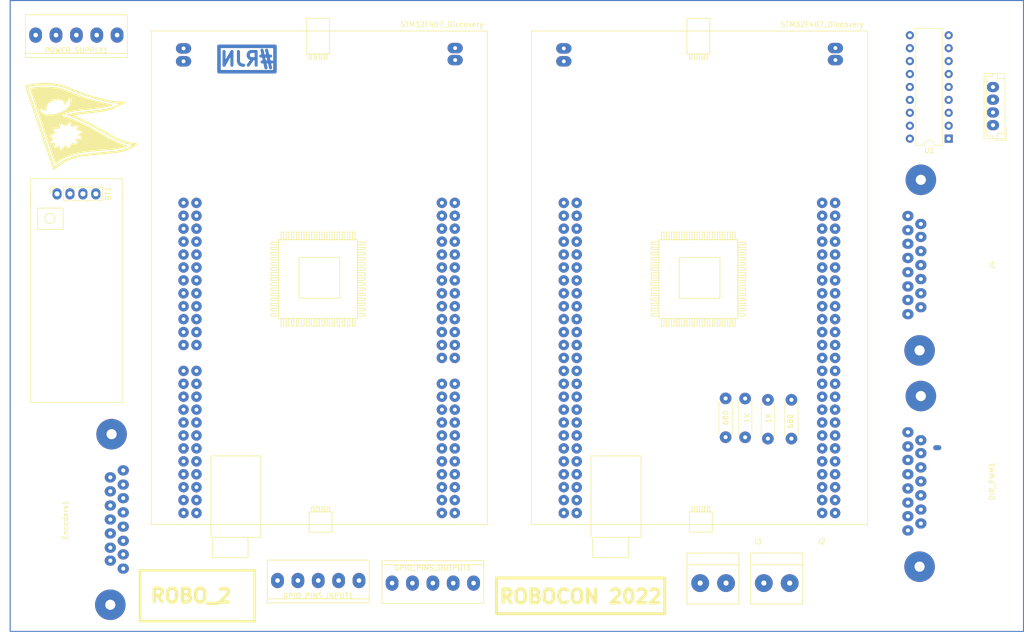
<source format=kicad_pcb>
(kicad_pcb (version 20211014) (generator pcbnew)
  (layers (0 "F.Cu" signal) (31 "B.Cu" signal) (34 "B.Paste" user) (35 "F.Paste" user) (36 "B.SilkS" user "B.Silkscreen") (37 "F.SilkS" user "F.Silkscreen") (38 "B.Mask" user) (39 "F.Mask" user) (44 "Edge.Cuts" user))
  (net 0 "")
  (net 1 "Motor_1_Pwm")
  (net 2 "Motor_3_Pwm")
  (net 3 "Horizontal_Motor_PWM")
  (net 4 "Picker_Motor1_PWM")
  (net 5 "Motor_1_DIR")
  (net 6 "Motor_3_DIR")
  (net 7 "Horizontal_Motor_DIR")
  (net 8 "Picker_Motor1_DIR")
  (net 9 "Motor_2_Pwm")
  (net 10 "Motor_4_Pwm")
  (net 11 "Vertical_Motor_PWM")
  (net 12 "Picker_Motor2_PWM")
  (net 13 "Motor_2_DIR")
  (net 14 "Motor_4_DIR")
  (net 15 "Vertical_Motor_DIR")
  (net 16 "Motor_1_Enc_1")
  (net 17 "Motor_2_Enc_1")
  (net 18 "Motor_3_Enc_1")
  (net 19 "Motor_4_Enc_1")
  (net 20 "Horizontal_Motor_E1")
  (net 21 "Vertical_Motor_E1")
  (net 22 "Picker_Motor1_E2")
  (net 23 "Picker_Motor2_E1")
  (net 24 "Motor_1_Enc_2")
  (net 25 "Motor_2_Enc_2")
  (net 26 "Motor_3_Enc_2")
  (net 27 "Motor_4_Enc_2")
  (net 28 "Horizontal_Motor_E2")
  (net 29 "Vertical_Motor_E2")
  (net 30 "Picker_Motor1_E1")
  (net 31 "GND")
  (net 32 "3.3V")
  (net 33 "5V")
  (net 34 "5A")
  (net 35 "12V")
  (net 41 "BT_RX")
  (net 42 "BT_TX")
  (net 53 "STM1_RX")
  (net 61 "STM1_TX")
  (net 75 "MPU_SCL")
  (net 76 "MPU_SDA")
  (net 132 "Picker_Motor2_E2")
  (net 139 "Picker_Motor2_DIR")
  (net 177 "PNEUMATIC_1")
  (net 178 "PNEUMATIC_2")
  (net 179 "GPIO_INPUT_3")
  (net 180 "GPIO_INPUT_2")
  (net 181 "GPIO_INPUT_1")
  (net 182 "GPIO_OUTPUT_5")
  (net 183 "GPIO_OUTPUT_4")
  (net 184 "GPIO_OUTPUT_3")
  (net 185 "GPIO_OUTPUT_2")
  (net 186 "GPIO_OUTPUT_1")
  (net 187 "GPIO_INPUT_4")
  (net 188 "GPIO_INPUT_5")
  (net 189 "+12V")
  (net 190 "PN_01")
  (net 191 "PN_02")
  (net 192 "Net-(R1-Pad2)")
  (net 193 "Net-(R2-Pad2)")
  (net 204 "5VS")
  (net 209 "FW4_E2")
  (net 210 "FW4_E1")
  (net 211 "FW1_E2")
  (net 212 "FW1_E1")
  (net 213 "FW3_E1")
  (net 214 "FW3_E2")
  (net 215 "FW2_E1")
  (net 216 "FW2_E2")
  (footprint "modfiles:STM32F407_Discovery" (layer "F.Cu") (at 87.712 102.5)
    (fp_text reference "S1" hide)
    (fp_text value "STM32F407_Discovery" (at 24.0665 -49.784) (layer "F.SilkS"))
    (pad "1" thru_hole circle (at -26.67 -14.732) (size 2.05 2.05) (drill 0.762) (layers *.Cu *.Mask))
    (pad "2" thru_hole circle (at -24.13 -14.732) (size 2.05 2.05) (drill 0.762) (layers *.Cu *.Mask) (net 31 "GND"))
    (pad "3" thru_hole circle (at -26.67 -12.192) (size 2.05 2.05) (drill 0.762) (layers *.Cu *.Mask) (net 33 "5V"))
    (pad "4" thru_hole circle (at -24.13 -12.192) (size 2.05 2.05) (drill 0.762) (layers *.Cu *.Mask) (net 33 "5V"))
    (pad "5" thru_hole circle (at -26.67 -9.652) (size 2.05 2.05) (drill 0.762) (layers *.Cu *.Mask))
    (pad "6" thru_hole circle (at -24.13 -9.652) (size 2.05 2.05) (drill 0.762) (layers *.Cu *.Mask))
    (pad "7" thru_hole circle (at -26.67 -7.112) (size 2.05 2.05) (drill 0.762) (layers *.Cu *.Mask))
    (pad "8" thru_hole circle (at -24.13 -7.112) (size 2.05 2.05) (drill 0.762) (layers *.Cu *.Mask))
    (pad "9" thru_hole circle (at -26.67 -4.572) (size 2.05 2.05) (drill 0.762) (layers *.Cu *.Mask))
    (pad "10" thru_hole circle (at -24.13 -4.572) (size 2.05 2.05) (drill 0.762) (layers *.Cu *.Mask))
    (pad "11" thru_hole circle (at -26.67 -2.032) (size 2.05 2.05) (drill 0.762) (layers *.Cu *.Mask) (net 25 "Motor_2_Enc_2"))
    (pad "12" thru_hole circle (at -24.13 -2.032) (size 2.05 2.05) (drill 0.762) (layers *.Cu *.Mask) (net 17 "Motor_2_Enc_1"))
    (pad "13" thru_hole circle (at -26.67 0.508) (size 2.05 2.05) (drill 0.762) (layers *.Cu *.Mask) (net 216 "FW2_E2"))
    (pad "14" thru_hole circle (at -24.13 0.508) (size 2.05 2.05) (drill 0.762) (layers *.Cu *.Mask) (net 215 "FW2_E1"))
    (pad "15" thru_hole circle (at -26.67 3.048) (size 2.05 2.05) (drill 0.762) (layers *.Cu *.Mask))
    (pad "16" thru_hole circle (at -24.13 3.048) (size 2.05 2.05) (drill 0.762) (layers *.Cu *.Mask))
    (pad "17" thru_hole circle (at -26.67 5.588) (size 2.05 2.05) (drill 0.762) (layers *.Cu *.Mask) (net 26 "Motor_3_Enc_2"))
    (pad "18" thru_hole circle (at -24.13 5.588) (size 2.05 2.05) (drill 0.762) (layers *.Cu *.Mask) (net 18 "Motor_3_Enc_1"))
    (pad "19" thru_hole circle (at -26.67 8.128) (size 2.05 2.05) (drill 0.762) (layers *.Cu *.Mask))
    (pad "20" thru_hole circle (at -24.13 8.128) (size 2.05 2.05) (drill 0.762) (layers *.Cu *.Mask))
    (pad "21" thru_hole circle (at -26.67 10.668) (size 2.05 2.05) (drill 0.762) (layers *.Cu *.Mask) (net 214 "FW3_E2"))
    (pad "22" thru_hole circle (at -24.13 10.668) (size 2.05 2.05) (drill 0.762) (layers *.Cu *.Mask) (net 213 "FW3_E1"))
    (pad "23" thru_hole circle (at -26.67 13.208) (size 2.05 2.05) (drill 0.762) (layers *.Cu *.Mask))
    (pad "24" thru_hole circle (at -24.13 13.208) (size 2.05 2.05) (drill 0.762) (layers *.Cu *.Mask))
    (pad "27" thru_hole circle (at -26.67 18.288) (size 2.05 2.05) (drill 0.762) (layers *.Cu *.Mask) (net 16 "Motor_1_Enc_1"))
    (pad "28" thru_hole circle (at -24.13 18.288) (size 2.05 2.05) (drill 0.762) (layers *.Cu *.Mask))
    (pad "29" thru_hole circle (at -26.67 20.828) (size 2.05 2.05) (drill 0.762) (layers *.Cu *.Mask) (net 24 "Motor_1_Enc_2"))
    (pad "30" thru_hole circle (at -24.13 20.828) (size 2.05 2.05) (drill 0.762) (layers *.Cu *.Mask))
    (pad "31" thru_hole circle (at -26.67 23.368) (size 2.05 2.05) (drill 0.762) (layers *.Cu *.Mask) (net 212 "FW1_E1"))
    (pad "32" thru_hole circle (at -24.13 23.368) (size 2.05 2.05) (drill 0.762) (layers *.Cu *.Mask) (net 211 "FW1_E2"))
    (pad "33" thru_hole circle (at -26.67 25.908) (size 2.05 2.05) (drill 0.762) (layers *.Cu *.Mask))
    (pad "34" thru_hole circle (at -24.13 25.908) (size 2.05 2.05) (drill 0.762) (layers *.Cu *.Mask) (net 61 "STM1_TX"))
    (pad "35" thru_hole circle (at -26.67 28.448) (size 2.05 2.05) (drill 0.762) (layers *.Cu *.Mask) (net 53 "STM1_RX"))
    (pad "36" thru_hole circle (at -24.13 28.448) (size 2.05 2.05) (drill 0.762) (layers *.Cu *.Mask))
    (pad "37" thru_hole circle (at -26.67 30.988) (size 2.05 2.05) (drill 0.762) (layers *.Cu *.Mask))
    (pad "38" thru_hole circle (at -24.13 30.988) (size 2.05 2.05) (drill 0.762) (layers *.Cu *.Mask) (net 181 "GPIO_INPUT_1"))
    (pad "39" thru_hole circle (at -26.67 33.528) (size 2.05 2.05) (drill 0.762) (layers *.Cu *.Mask))
    (pad "40" thru_hole circle (at -24.13 33.528) (size 2.05 2.05) (drill 0.762) (layers *.Cu *.Mask) (net 180 "GPIO_INPUT_2"))
    (pad "41" thru_hole circle (at -26.67 36.068) (size 2.05 2.05) (drill 0.762) (layers *.Cu *.Mask) (net 187 "GPIO_INPUT_4"))
    (pad "42" thru_hole circle (at -24.13 36.068) (size 2.05 2.05) (drill 0.762) (layers *.Cu *.Mask) (net 179 "GPIO_INPUT_3"))
    (pad "43" thru_hole circle (at -26.67 38.608) (size 2.05 2.05) (drill 0.762) (layers *.Cu *.Mask) (net 188 "GPIO_INPUT_5"))
    (pad "44" thru_hole circle (at -24.13 38.608) (size 2.05 2.05) (drill 0.762) (layers *.Cu *.Mask) (net 19 "Motor_4_Enc_1"))
    (pad "45" thru_hole circle (at -26.67 41.148) (size 2.05 2.05) (drill 0.762) (layers *.Cu *.Mask) (net 27 "Motor_4_Enc_2"))
    (pad "46" thru_hole circle (at -24.13 41.148) (size 2.05 2.05) (drill 0.762) (layers *.Cu *.Mask) (net 210 "FW4_E1"))
    (pad "47" thru_hole circle (at -26.67 43.688) (size 2.05 2.05) (drill 0.762) (layers *.Cu *.Mask) (net 209 "FW4_E2"))
    (pad "48" thru_hole circle (at -24.13 43.688) (size 2.05 2.05) (drill 0.762) (layers *.Cu *.Mask))
    (pad "49" thru_hole circle (at -26.67 46.228) (size 2.05 2.05) (drill 0.762) (layers *.Cu *.Mask))
    (pad "50" thru_hole circle (at -24.13 46.228) (size 2.05 2.05) (drill 0.762) (layers *.Cu *.Mask))
    (pad "51" thru_hole circle (at 24.0665 -14.732) (size 2.05 2.05) (drill 0.762) (layers *.Cu *.Mask))
    (pad "52" thru_hole circle (at 26.6065 -14.732) (size 2.05 2.05) (drill 0.762) (layers *.Cu *.Mask))
    (pad "53" thru_hole circle (at 24.0665 -12.192) (size 2.05 2.05) (drill 0.762) (layers *.Cu *.Mask) (net 33 "5V"))
    (pad "54" thru_hole circle (at 26.6065 -12.192) (size 2.05 2.05) (drill 0.762) (layers *.Cu *.Mask) (net 33 "5V"))
    (pad "55" thru_hole circle (at 24.0665 -9.652) (size 2.05 2.05) (drill 0.762) (layers *.Cu *.Mask))
    (pad "56" thru_hole circle (at 26.6065 -9.652) (size 2.05 2.05) (drill 0.762) (layers *.Cu *.Mask))
    (pad "57" thru_hole circle (at 24.0665 -7.112) (size 2.05 2.05) (drill 0.762) (layers *.Cu *.Mask))
    (pad "58" thru_hole circle (at 26.6065 -7.112) (size 2.05 2.05) (drill 0.762) (layers *.Cu *.Mask))
    (pad "59" thru_hole circle (at 24.0665 -4.572) (size 2.05 2.05) (drill 0.762) (layers *.Cu *.Mask))
    (pad "60" thru_hole circle (at 26.6065 -4.572) (size 2.05 2.05) (drill 0.762) (layers *.Cu *.Mask))
    (pad "61" thru_hole circle (at 24.0665 -2.032) (size 2.05 2.05) (drill 0.762) (layers *.Cu *.Mask))
    (pad "62" thru_hole circle (at 26.6065 -2.032) (size 2.05 2.05) (drill 0.762) (layers *.Cu *.Mask))
    (pad "63" thru_hole circle (at 24.0665 0.508) (size 2.05 2.05) (drill 0.762) (layers *.Cu *.Mask))
    (pad "64" thru_hole circle (at 26.6065 0.508) (size 2.05 2.05) (drill 0.762) (layers *.Cu *.Mask))
    (pad "65" thru_hole circle (at 24.0665 3.048) (size 2.05 2.05) (drill 0.762) (layers *.Cu *.Mask))
    (pad "66" thru_hole circle (at 26.6065 3.048) (size 2.05 2.05) (drill 0.762) (layers *.Cu *.Mask))
    (pad "67" thru_hole circle (at 24.0665 5.588) (size 2.05 2.05) (drill 0.762) (layers *.Cu *.Mask))
    (pad "68" thru_hole circle (at 26.6065 5.588) (size 2.05 2.05) (drill 0.762) (layers *.Cu *.Mask))
    (pad "69" thru_hole circle (at 24.0665 8.128) (size 2.05 2.05) (drill 0.762) (layers *.Cu *.Mask))
    (pad "70" thru_hole circle (at 26.6065 8.128) (size 2.05 2.05) (drill 0.762) (layers *.Cu *.Mask))
    (pad "71" thru_hole circle (at 24.0665 10.668) (size 2.05 2.05) (drill 0.762) (layers *.Cu *.Mask))
    (pad "72" thru_hole circle (at 26.6065 10.668) (size 2.05 2.05) (drill 0.762) (layers *.Cu *.Mask))
    (pad "73" thru_hole circle (at 24.0665 13.208) (size 2.05 2.05) (drill 0.762) (layers *.Cu *.Mask) (net 75 "MPU_SCL"))
    (pad "74" thru_hole circle (at 26.6065 13.208) (size 2.05 2.05) (drill 0.762) (layers *.Cu *.Mask) (net 76 "MPU_SDA"))
    (pad "75" thru_hole circle (at 24.0665 15.748) (size 2.05 2.05) (drill 0.762) (layers *.Cu *.Mask))
    (pad "76" thru_hole circle (at 26.6065 15.748) (size 2.05 2.05) (drill 0.762) (layers *.Cu *.Mask))
    (pad "79" thru_hole circle (at 24.0665 20.828) (size 2.05 2.05) (drill 0.762) (layers *.Cu *.Mask))
    (pad "80" thru_hole circle (at 26.6065 20.828) (size 2.05 2.05) (drill 0.762) (layers *.Cu *.Mask))
    (pad "81" thru_hole circle (at 24.0665 23.368) (size 2.05 2.05) (drill 0.762) (layers *.Cu *.Mask))
    (pad "82" thru_hole circle (at 26.6065 23.368) (size 2.05 2.05) (drill 0.762) (layers *.Cu *.Mask))
    (pad "83" thru_hole circle (at 24.0665 25.908) (size 2.05 2.05) (drill 0.762) (layers *.Cu *.Mask))
    (pad "84" thru_hole circle (at 26.6065 25.908) (size 2.05 2.05) (drill 0.762) (layers *.Cu *.Mask))
    (pad "85" thru_hole circle (at 24.0665 28.448) (size 2.05 2.05) (drill 0.762) (layers *.Cu *.Mask))
    (pad "86" thru_hole circle (at 26.6065 28.448) (size 2.05 2.05) (drill 0.762) (layers *.Cu *.Mask))
    (pad "87" thru_hole circle (at 24.0665 30.988) (size 2.05 2.05) (drill 0.762) (layers *.Cu *.Mask))
    (pad "88" thru_hole circle (at 26.6065 30.988) (size 2.05 2.05) (drill 0.762) (layers *.Cu *.Mask))
    (pad "89" thru_hole circle (at 24.0665 33.528) (size 2.05 2.05) (drill 0.762) (layers *.Cu *.Mask))
    (pad "90" thru_hole circle (at 26.6065 33.528) (size 2.05 2.05) (drill 0.762) (layers *.Cu *.Mask) (net 17 "Motor_2_Enc_1"))
    (pad "91" thru_hole circle (at 24.0665 36.068) (size 2.05 2.05) (drill 0.762) (layers *.Cu *.Mask) (net 6 "Motor_3_DIR"))
    (pad "92" thru_hole circle (at 26.6065 36.068) (size 2.05 2.05) (drill 0.762) (layers *.Cu *.Mask) (net 14 "Motor_4_DIR"))
    (pad "93" thru_hole circle (at 24.0665 38.608) (size 2.05 2.05) (drill 0.762) (layers *.Cu *.Mask) (net 5 "Motor_1_DIR"))
    (pad "94" thru_hole circle (at 26.6065 38.608) (size 2.05 2.05) (drill 0.762) (layers *.Cu *.Mask) (net 13 "Motor_2_DIR"))
    (pad "95" thru_hole circle (at 24.0665 41.148) (size 2.05 2.05) (drill 0.762) (layers *.Cu *.Mask) (net 2 "Motor_3_Pwm"))
    (pad "96" thru_hole circle (at 26.6065 41.148) (size 2.05 2.05) (drill 0.762) (layers *.Cu *.Mask) (net 10 "Motor_4_Pwm"))
    (pad "97" thru_hole circle (at 24.0665 43.688) (size 2.05 2.05) (drill 0.762) (layers *.Cu *.Mask) (net 1 "Motor_1_Pwm"))
    (pad "98" thru_hole circle (at 26.6065 43.688) (size 2.05 2.05) (drill 0.762) (layers *.Cu *.Mask) (net 9 "Motor_2_Pwm"))
    (pad "99" thru_hole circle (at 24.0665 46.228) (size 2.05 2.05) (drill 0.762) (layers *.Cu *.Mask))
    (pad "100" thru_hole circle (at 26.6065 46.228) (size 2.05 2.05) (drill 0.762) (layers *.Cu *.Mask))
    (pad "a" thru_hole oval (at -26.67 -45.085) (size 3 2.05) (drill 0.762) (layers *.Cu *.Mask))
    (pad "b" thru_hole oval (at -26.67 -42.545) (size 3 2.05) (drill 0.762) (layers *.Cu *.Mask))
    (pad "c" thru_hole oval (at 26.67 -45.1485) (size 3 2.05) (drill 0.762) (layers *.Cu *.Mask))
    (pad "d" thru_hole oval (at 26.67 -42.799) (size 3 2.05) (drill 0.762) (layers *.Cu *.Mask))
  )
  (footprint "modfiles:Connector_DB15" (layer "F.Cu") (at 203.295 132.85 -90)
    (fp_text reference "DIR_PWM1" (at 9.65 -16.51 90) (layer "F.SilkS"))
    (fp_text value "DB15_Female")
    (pad "0" thru_hole oval locked (at 26.42 -2.29 270) (size 6 6) (drill 2) (layers *.Cu *.Mask))
    (pad "0" thru_hole oval locked (at -7.11 -2.54 270) (size 6 6) (drill 2) (layers *.Cu *.Mask))
    (pad "1" thru_hole oval locked (at 0 0 270) (size 2 2.2) (drill 0.8) (layers *.Cu *.Mask) (net 23 "Picker_Motor2_E1"))
    (pad "2" thru_hole oval locked (at 2.79 0 270) (size 2 2.2) (drill 0.8) (layers *.Cu *.Mask) (net 20 "Horizontal_Motor_E1"))
    (pad "3" thru_hole oval locked (at 5.46 0 270) (size 2 2.2) (drill 0.8) (layers *.Cu *.Mask) (net 139 "Picker_Motor2_DIR"))
    (pad "4" thru_hole oval locked (at 8.25 0 270) (size 2 2.2) (drill 0.8) (layers *.Cu *.Mask) (net 15 "Vertical_Motor_DIR"))
    (pad "5" thru_hole oval locked (at 11.05 0 270) (size 2 2.2) (drill 0.8) (layers *.Cu *.Mask) (net 12 "Picker_Motor2_PWM"))
    (pad "6" thru_hole oval locked (at 13.84 0 270) (size 2 2.2) (drill 0.8) (layers *.Cu *.Mask) (net 11 "Vertical_Motor_PWM"))
    (pad "7" thru_hole oval locked (at 16.51 0 270) (size 2 2.2) (drill 0.8) (layers *.Cu *.Mask) (net 3 "Horizontal_Motor_PWM"))
    (pad "8" thru_hole oval locked (at 19.3 0 270) (size 2 2.2) (drill 0.8) (layers *.Cu *.Mask) (net 4 "Picker_Motor1_PWM"))
    (pad "9" thru_hole oval locked (at 1.57 -2.54 270) (size 2 2.2) (drill 0.8) (layers *.Cu *.Mask) (net 132 "Picker_Motor2_E2"))
    (pad "10" thru_hole oval locked (at 4.11 -2.54 270) (size 2 2.2) (drill 0.8) (layers *.Cu *.Mask) (net 30 "Picker_Motor1_E1"))
    (pad "11" thru_hole oval locked (at 6.91 -2.54 270) (size 2 2.2) (drill 0.8) (layers *.Cu *.Mask))
    (pad "12" thru_hole oval locked (at 9.65 -2.54 270) (size 2 2.2) (drill 0.8) (layers *.Cu *.Mask) (net 21 "Vertical_Motor_E1"))
    (pad "13" thru_hole oval locked (at 12.4 -2.54 270) (size 2 2.2) (drill 0.8) (layers *.Cu *.Mask))
    (pad "14" thru_hole oval locked (at 15.19 -2.54 270) (size 2 2.2) (drill 0.8) (layers *.Cu *.Mask) (net 8 "Picker_Motor1_DIR"))
    (pad "15" thru_hole oval locked (at 17.93 -2.54 270) (size 2 2.2) (drill 0.8) (layers *.Cu *.Mask) (net 7 "Horizontal_Motor_DIR"))
  )
  (footprint "modfiles:STM32F407_Discovery" (layer "F.Cu") (at 162.388 102.5)
    (fp_text reference "S2" hide)
    (fp_text value "STM32F407_Discovery" (at 24.0665 -49.784) (layer "F.SilkS"))
    (pad "1" thru_hole circle locked (at -26.67 -14.732) (size 2.05 2.05) (drill 0.762) (layers *.Cu *.Mask))
    (pad "2" thru_hole circle locked (at -24.13 -14.732) (size 2.05 2.05) (drill 0.762) (layers *.Cu *.Mask) (net 31 "GND"))
    (pad "3" thru_hole circle locked (at -26.67 -12.192) (size 2.05 2.05) (drill 0.762) (layers *.Cu *.Mask) (net 33 "5V"))
    (pad "4" thru_hole circle locked (at -24.13 -12.192) (size 2.05 2.05) (drill 0.762) (layers *.Cu *.Mask) (net 33 "5V"))
    (pad "5" thru_hole circle locked (at -26.67 -9.652) (size 2.05 2.05) (drill 0.762) (layers *.Cu *.Mask))
    (pad "6" thru_hole circle locked (at -24.13 -9.652) (size 2.05 2.05) (drill 0.762) (layers *.Cu *.Mask))
    (pad "7" thru_hole circle locked (at -26.67 -7.112) (size 2.05 2.05) (drill 0.762) (layers *.Cu *.Mask))
    (pad "8" thru_hole circle locked (at -24.13 -7.112) (size 2.05 2.05) (drill 0.762) (layers *.Cu *.Mask))
    (pad "9" thru_hole circle locked (at -26.67 -4.572) (size 2.05 2.05) (drill 0.762) (layers *.Cu *.Mask))
    (pad "10" thru_hole circle locked (at -24.13 -4.572) (size 2.05 2.05) (drill 0.762) (layers *.Cu *.Mask))
    (pad "11" thru_hole circle locked (at -26.67 -2.032) (size 2.05 2.05) (drill 0.762) (layers *.Cu *.Mask) (net 29 "Vertical_Motor_E2"))
    (pad "12" thru_hole circle locked (at -24.13 -2.032) (size 2.05 2.05) (drill 0.762) (layers *.Cu *.Mask) (net 21 "Vertical_Motor_E1"))
    (pad "13" thru_hole circle locked (at -26.67 0.508) (size 2.05 2.05) (drill 0.762) (layers *.Cu *.Mask) (net 41 "BT_RX"))
    (pad "14" thru_hole circle locked (at -24.13 0.508) (size 2.05 2.05) (drill 0.762) (layers *.Cu *.Mask) (net 42 "BT_TX"))
    (pad "15" thru_hole circle locked (at -26.67 3.048) (size 2.05 2.05) (drill 0.762) (layers *.Cu *.Mask))
    (pad "16" thru_hole circle locked (at -24.13 3.048) (size 2.05 2.05) (drill 0.762) (layers *.Cu *.Mask))
    (pad "17" thru_hole circle locked (at -26.67 5.588) (size 2.05 2.05) (drill 0.762) (layers *.Cu *.Mask) (net 22 "Picker_Motor1_E2"))
    (pad "18" thru_hole circle locked (at -24.13 5.588) (size 2.05 2.05) (drill 0.762) (layers *.Cu *.Mask) (net 30 "Picker_Motor1_E1"))
    (pad "19" thru_hole circle locked (at -26.67 8.128) (size 2.05 2.05) (drill 0.762) (layers *.Cu *.Mask))
    (pad "20" thru_hole circle locked (at -24.13 8.128) (size 2.05 2.05) (drill 0.762) (layers *.Cu *.Mask))
    (pad "21" thru_hole circle locked (at -26.67 10.668) (size 2.05 2.05) (drill 0.762) (layers *.Cu *.Mask))
    (pad "22" thru_hole circle locked (at -24.13 10.668) (size 2.05 2.05) (drill 0.762) (layers *.Cu *.Mask))
    (pad "23" thru_hole circle locked (at -26.67 13.208) (size 2.05 2.05) (drill 0.762) (layers *.Cu *.Mask))
    (pad "24" thru_hole circle locked (at -24.13 13.208) (size 2.05 2.05) (drill 0.762) (layers *.Cu *.Mask))
    (pad "25" thru_hole circle locked (at -26.67 15.748) (size 2.05 2.05) (drill 0.762) (layers *.Cu *.Mask))
    (pad "26" thru_hole circle locked (at -24.13 15.748) (size 2.05 2.05) (drill 0.762) (layers *.Cu *.Mask))
    (pad "27" thru_hole circle locked (at -26.67 18.288) (size 2.05 2.05) (drill 0.762) (layers *.Cu *.Mask) (net 20 "Horizontal_Motor_E1"))
    (pad "28" thru_hole circle locked (at -24.13 18.288) (size 2.05 2.05) (drill 0.762) (layers *.Cu *.Mask))
    (pad "29" thru_hole circle locked (at -26.67 20.828) (size 2.05 2.05) (drill 0.762) (layers *.Cu *.Mask) (net 28 "Horizontal_Motor_E2"))
    (pad "30" thru_hole circle locked (at -24.13 20.828) (size 2.05 2.05) (drill 0.762) (layers *.Cu *.Mask))
    (pad "31" thru_hole circle locked (at -26.67 23.368) (size 2.05 2.05) (drill 0.762) (layers *.Cu *.Mask))
    (pad "32" thru_hole circle locked (at -24.13 23.368) (size 2.05 2.05) (drill 0.762) (layers *.Cu *.Mask))
    (pad "33" thru_hole circle locked (at -26.67 25.908) (size 2.05 2.05) (drill 0.762) (layers *.Cu *.Mask))
    (pad "34" thru_hole circle locked (at -24.13 25.908) (size 2.05 2.05) (drill 0.762) (layers *.Cu *.Mask) (net 53 "STM1_RX"))
    (pad "35" thru_hole circle locked (at -26.67 28.448) (size 2.05 2.05) (drill 0.762) (layers *.Cu *.Mask) (net 61 "STM1_TX"))
    (pad "36" thru_hole circle locked (at -24.13 28.448) (size 2.05 2.05) (drill 0.762) (layers *.Cu *.Mask))
    (pad "37" thru_hole circle locked (at -26.67 30.988) (size 2.05 2.05) (drill 0.762) (layers *.Cu *.Mask))
    (pad "38" thru_hole circle locked (at -24.13 30.988) (size 2.05 2.05) (drill 0.762) (layers *.Cu *.Mask))
    (pad "39" thru_hole circle locked (at -26.67 33.528) (size 2.05 2.05) (drill 0.762) (layers *.Cu *.Mask))
    (pad "40" thru_hole circle locked (at -24.13 33.528) (size 2.05 2.05) (drill 0.762) (layers *.Cu *.Mask))
    (pad "41" thru_hole circle locked (at -26.67 36.068) (size 2.05 2.05) (drill 0.762) (layers *.Cu *.Mask) (net 186 "GPIO_OUTPUT_1"))
    (pad "42" thru_hole circle locked (at -24.13 36.068) (size 2.05 2.05) (drill 0.762) (layers *.Cu *.Mask) (net 182 "GPIO_OUTPUT_5"))
    (pad "43" thru_hole circle locked (at -26.67 38.608) (size 2.05 2.05) (drill 0.762) (layers *.Cu *.Mask) (net 185 "GPIO_OUTPUT_2"))
    (pad "44" thru_hole circle locked (at -24.13 38.608) (size 2.05 2.05) (drill 0.762) (layers *.Cu *.Mask) (net 23 "Picker_Motor2_E1"))
    (pad "45" thru_hole circle locked (at -26.67 41.148) (size 2.05 2.05) (drill 0.762) (layers *.Cu *.Mask) (net 132 "Picker_Motor2_E2"))
    (pad "46" thru_hole circle locked (at -24.13 41.148) (size 2.05 2.05) (drill 0.762) (layers *.Cu *.Mask) (net 183 "GPIO_OUTPUT_4"))
    (pad "47" thru_hole circle locked (at -26.67 43.688) (size 2.05 2.05) (drill 0.762) (layers *.Cu *.Mask) (net 184 "GPIO_OUTPUT_3"))
    (pad "48" thru_hole circle locked (at -24.13 43.688) (size 2.05 2.05) (drill 0.762) (layers *.Cu *.Mask))
    (pad "49" thru_hole circle locked (at -26.67 46.228) (size 2.05 2.05) (drill 0.762) (layers *.Cu *.Mask))
    (pad "50" thru_hole circle locked (at -24.13 46.228) (size 2.05 2.05) (drill 0.762) (layers *.Cu *.Mask))
    (pad "51" thru_hole circle locked (at 24.0665 -14.732) (size 2.05 2.05) (drill 0.762) (layers *.Cu *.Mask))
    (pad "52" thru_hole circle locked (at 26.6065 -14.732) (size 2.05 2.05) (drill 0.762) (layers *.Cu *.Mask))
    (pad "53" thru_hole circle locked (at 24.0665 -12.192) (size 2.05 2.05) (drill 0.762) (layers *.Cu *.Mask) (net 204 "5VS"))
    (pad "54" thru_hole circle locked (at 26.6065 -12.192) (size 2.05 2.05) (drill 0.762) (layers *.Cu *.Mask) (net 204 "5VS"))
    (pad "55" thru_hole circle locked (at 24.0665 -9.652) (size 2.05 2.05) (drill 0.762) (layers *.Cu *.Mask))
    (pad "56" thru_hole circle locked (at 26.6065 -9.652) (size 2.05 2.05) (drill 0.762) (layers *.Cu *.Mask))
    (pad "57" thru_hole circle locked (at 24.0665 -7.112) (size 2.05 2.05) (drill 0.762) (layers *.Cu *.Mask))
    (pad "58" thru_hole circle locked (at 26.6065 -7.112) (size 2.05 2.05) (drill 0.762) (layers *.Cu *.Mask))
    (pad "59" thru_hole circle locked (at 24.0665 -4.572) (size 2.05 2.05) (drill 0.762) (layers *.Cu *.Mask))
    (pad "60" thru_hole circle locked (at 26.6065 -4.572) (size 2.05 2.05) (drill 0.762) (layers *.Cu *.Mask))
    (pad "61" thru_hole circle locked (at 24.0665 -2.032) (size 2.05 2.05) (drill 0.762) (layers *.Cu *.Mask))
    (pad "62" thru_hole circle locked (at 26.6065 -2.032) (size 2.05 2.05) (drill 0.762) (layers *.Cu *.Mask))
    (pad "63" thru_hole circle locked (at 24.0665 0.508) (size 2.05 2.05) (drill 0.762) (layers *.Cu *.Mask))
    (pad "64" thru_hole circle locked (at 26.6065 0.508) (size 2.05 2.05) (drill 0.762) (layers *.Cu *.Mask))
    (pad "65" thru_hole circle locked (at 24.0665 3.048) (size 2.05 2.05) (drill 0.762) (layers *.Cu *.Mask))
    (pad "66" thru_hole circle locked (at 26.6065 3.048) (size 2.05 2.05) (drill 0.762) (layers *.Cu *.Mask))
    (pad "67" thru_hole circle locked (at 24.0665 5.588) (size 2.05 2.05) (drill 0.762) (layers *.Cu *.Mask))
    (pad "68" thru_hole circle locked (at 26.6065 5.588) (size 2.05 2.05) (drill 0.762) (layers *.Cu *.Mask))
    (pad "69" thru_hole circle locked (at 24.0665 8.128) (size 2.05 2.05) (drill 0.762) (layers *.Cu *.Mask))
    (pad "70" thru_hole circle locked (at 26.6065 8.128) (size 2.05 2.05) (drill 0.762) (layers *.Cu *.Mask))
    (pad "71" thru_hole circle locked (at 24.0665 10.668) (size 2.05 2.05) (drill 0.762) (layers *.Cu *.Mask))
    (pad "72" thru_hole circle locked (at 26.6065 10.668) (size 2.05 2.05) (drill 0.762) (layers *.Cu *.Mask))
    (pad "73" thru_hole circle locked (at 24.0665 13.208) (size 2.05 2.05) (drill 0.762) (layers *.Cu *.Mask))
    (pad "74" thru_hole circle locked (at 26.6065 13.208) (size 2.05 2.05) (drill 0.762) (layers *.Cu *.Mask))
    (pad "75" thru_hole circle locked (at 24.0665 15.748) (size 2.05 2.05) (drill 0.762) (layers *.Cu *.Mask))
    (pad "76" thru_hole circle locked (at 26.6065 15.748) (size 2.05 2.05) (drill 0.762) (layers *.Cu *.Mask))
    (pad "77" thru_hole circle locked (at 24.0665 18.288) (size 2.05 2.05) (drill 0.762) (layers *.Cu *.Mask))
    (pad "78" thru_hole circle locked (at 26.6065 18.288) (size 2.05 2.05) (drill 0.762) (layers *.Cu *.Mask))
    (pad "79" thru_hole circle locked (at 24.0665 20.828) (size 2.05 2.05) (drill 0.762) (layers *.Cu *.Mask))
    (pad "80" thru_hole circle locked (at 26.6065 20.828) (size 2.05 2.05) (drill 0.762) (layers *.Cu *.Mask))
    (pad "81" thru_hole circle locked (at 24.0665 23.368) (size 2.05 2.05) (drill 0.762) (layers *.Cu *.Mask))
    (pad "82" thru_hole circle locked (at 26.6065 23.368) (size 2.05 2.05) (drill 0.762) (layers *.Cu *.Mask))
    (pad "83" thru_hole circle locked (at 24.0665 25.908) (size 2.05 2.05) (drill 0.762) (layers *.Cu *.Mask))
    (pad "84" thru_hole circle locked (at 26.6065 25.908) (size 2.05 2.05) (drill 0.762) (layers *.Cu *.Mask))
    (pad "85" thru_hole circle locked (at 24.0665 28.448) (size 2.05 2.05) (drill 0.762) (layers *.Cu *.Mask))
    (pad "86" thru_hole circle locked (at 26.6065 28.448) (size 2.05 2.05) (drill 0.762) (layers *.Cu *.Mask))
    (pad "87" thru_hole circle locked (at 24.0665 30.988) (size 2.05 2.05) (drill 0.762) (layers *.Cu *.Mask) (net 178 "PNEUMATIC_2"))
    (pad "88" thru_hole circle locked (at 26.6065 30.988) (size 2.05 2.05) (drill 0.762) (layers *.Cu *.Mask))
    (pad "89" thru_hole circle locked (at 24.0665 33.528) (size 2.05 2.05) (drill 0.762) (layers *.Cu *.Mask) (net 177 "PNEUMATIC_1"))
    (pad "90" thru_hole circle locked (at 26.6065 33.528) (size 2.05 2.05) (drill 0.762) (layers *.Cu *.Mask))
    (pad "91" thru_hole circle locked (at 24.0665 36.068) (size 2.05 2.05) (drill 0.762) (layers *.Cu *.Mask) (net 8 "Picker_Motor1_DIR"))
    (pad "92" thru_hole circle locked (at 26.6065 36.068) (size 2.05 2.05) (drill 0.762) (layers *.Cu *.Mask) (net 139 "Picker_Motor2_DIR"))
    (pad "93" thru_hole circle locked (at 24.0665 38.608) (size 2.05 2.05) (drill 0.762) (layers *.Cu *.Mask) (net 7 "Horizontal_Motor_DIR"))
    (pad "94" thru_hole circle locked (at 26.6065 38.608) (size 2.05 2.05) (drill 0.762) (layers *.Cu *.Mask) (net 15 "Vertical_Motor_DIR"))
    (pad "95" thru_hole circle locked (at 24.0665 41.148) (size 2.05 2.05) (drill 0.762) (layers *.Cu *.Mask) (net 4 "Picker_Motor1_PWM"))
    (pad "96" thru_hole circle locked (at 26.6065 41.148) (size 2.05 2.05) (drill 0.762) (layers *.Cu *.Mask) (net 12 "Picker_Motor2_PWM"))
    (pad "97" thru_hole circle locked (at 24.0665 43.688) (size 2.05 2.05) (drill 0.762) (layers *.Cu *.Mask) (net 3 "Horizontal_Motor_PWM"))
    (pad "98" thru_hole circle locked (at 26.6065 43.688) (size 2.05 2.05) (drill 0.762) (layers *.Cu *.Mask) (net 11 "Vertical_Motor_PWM"))
    (pad "99" thru_hole circle locked (at 24.0665 46.228) (size 2.05 2.05) (drill 0.762) (layers *.Cu *.Mask))
    (pad "100" thru_hole circle locked (at 26.6065 46.228) (size 2.05 2.05) (drill 0.762) (layers *.Cu *.Mask))
    (pad "a" thru_hole oval locked (at -26.67 -45.085) (size 3 2.05) (drill 0.762) (layers *.Cu *.Mask))
    (pad "b" thru_hole oval locked (at -26.67 -42.545) (size 3 2.05) (drill 0.762) (layers *.Cu *.Mask))
    (pad "c" thru_hole oval locked (at 26.67 -45.1485) (size 3 2.05) (drill 0.762) (layers *.Cu *.Mask))
    (pad "d" thru_hole oval locked (at 26.67 -42.799) (size 3 2.05) (drill 0.762) (layers *.Cu *.Mask))
  )
  (footprint "modfiles:nepalLogo" (layer "F.Cu") (at 40 75)
    (fp_text reference "J5" hide)
    (fp_text value "Conn_01x01_Female" hide)
  )
  (footprint "modfiles:Resistor_small" (layer "F.Cu") (at 171.3288 133.8454 90)
    (fp_text reference "R3" hide)
    (fp_text value "1K" (at 3.81 0.375 90) (layer "F.SilkS"))
    (pad "1" thru_hole circle locked (at 0 0 90) (size 2.3 2.3) (drill 0.8) (layers *.Cu *.Mask) (net 31 "GND"))
    (pad "2" thru_hole circle locked (at 7.62 0 90) (size 2.3 2.3) (drill 0.8) (layers *.Cu *.Mask) (net 192 "Net-(R1-Pad2)"))
  )
  (footprint "modfiles:Connector_DB15" (layer "F.Cu") (at 203.295 90.35 -90)
    (fp_text reference "J4" (at 9.65 -16.51 90) (layer "F.SilkS"))
    (fp_text value "DB15_Female")
    (pad "0" thru_hole oval locked (at 26.42 -2.29 270) (size 6 6) (drill 2) (layers *.Cu *.Mask))
    (pad "0" thru_hole oval locked (at -7.11 -2.54 270) (size 6 6) (drill 2) (layers *.Cu *.Mask))
    (pad "1" thru_hole oval locked (at 0 0 270) (size 2 2.2) (drill 0.8) (layers *.Cu *.Mask) (net 212 "FW1_E1"))
    (pad "2" thru_hole oval locked (at 2.79 0 270) (size 2 2.2) (drill 0.8) (layers *.Cu *.Mask) (net 215 "FW2_E1"))
    (pad "3" thru_hole oval locked (at 5.46 0 270) (size 2 2.2) (drill 0.8) (layers *.Cu *.Mask) (net 213 "FW3_E1"))
    (pad "4" thru_hole oval locked (at 8.25 0 270) (size 2 2.2) (drill 0.8) (layers *.Cu *.Mask))
    (pad "5" thru_hole oval locked (at 11.05 0 270) (size 2 2.2) (drill 0.8) (layers *.Cu *.Mask))
    (pad "6" thru_hole oval locked (at 13.84 0 270) (size 2 2.2) (drill 0.8) (layers *.Cu *.Mask))
    (pad "7" thru_hole oval locked (at 16.51 0 270) (size 2 2.2) (drill 0.8) (layers *.Cu *.Mask))
    (pad "8" thru_hole oval locked (at 19.3 0 270) (size 2 2.2) (drill 0.8) (layers *.Cu *.Mask))
    (pad "9" thru_hole oval locked (at 1.57 -2.54 270) (size 2 2.2) (drill 0.8) (layers *.Cu *.Mask) (net 211 "FW1_E2"))
    (pad "10" thru_hole oval locked (at 4.11 -2.54 270) (size 2 2.2) (drill 0.8) (layers *.Cu *.Mask) (net 216 "FW2_E2"))
    (pad "11" thru_hole oval locked (at 6.91 -2.54 270) (size 2 2.2) (drill 0.8) (layers *.Cu *.Mask) (net 214 "FW3_E2"))
    (pad "12" thru_hole oval locked (at 9.65 -2.54 270) (size 2 2.2) (drill 0.8) (layers *.Cu *.Mask) (net 209 "FW4_E2"))
    (pad "13" thru_hole oval locked (at 12.4 -2.54 270) (size 2 2.2) (drill 0.8) (layers *.Cu *.Mask))
    (pad "14" thru_hole oval locked (at 15.19 -2.54 270) (size 2 2.2) (drill 0.8) (layers *.Cu *.Mask))
    (pad "15" thru_hole oval locked (at 17.93 -2.54 270) (size 2 2.2) (drill 0.8) (layers *.Cu *.Mask))
  )
  (footprint "modfiles:Resistor_small" (layer "F.Cu") (at 175.7992 134.0994 90)
    (fp_text reference "R4" hide)
    (fp_text value "1K" (at 4.0386 0.1016 90) (layer "F.SilkS"))
    (pad "1" thru_hole circle locked (at 0 0 90) (size 2.3 2.3) (drill 0.8) (layers *.Cu *.Mask) (net 31 "GND"))
    (pad "2" thru_hole circle locked (at 7.62 0 90) (size 2.3 2.3) (drill 0.8) (layers *.Cu *.Mask) (net 193 "Net-(R2-Pad2)"))
  )
  (footprint "modfiles:new_5_jst_bournier" (layer "F.Cu") (at 105 162.5)
    (fp_text reference "GPIO_PINS_OUTPUT1" (at 5 -3) (layer "F.SilkS"))
    (fp_text value "Conn_01x05")
    (pad "1" thru_hole oval locked (at -3 0) (size 2.5 3) (drill 0.9) (layers *.Cu *.Mask) (net 186 "GPIO_OUTPUT_1"))
    (pad "2" thru_hole oval locked (at 1 0) (size 2.5 3) (drill 0.9) (layers *.Cu *.Mask) (net 185 "GPIO_OUTPUT_2"))
    (pad "3" thru_hole oval locked (at 5 0) (size 2.5 3) (drill 0.9) (layers *.Cu *.Mask) (net 184 "GPIO_OUTPUT_3"))
    (pad "4" thru_hole oval locked (at 9 0) (size 2.5 3) (drill 0.9) (layers *.Cu *.Mask) (net 183 "GPIO_OUTPUT_4"))
    (pad "5" thru_hole oval locked (at 13 0) (size 2.5 3) (drill 0.9) (layers *.Cu *.Mask) (net 182 "GPIO_OUTPUT_5"))
  )
  (footprint "modfiles:bluetooth" (layer "F.Cu") (at 39 93 90)
    (fp_text reference "BT1" (at 7.084 7.252 90) (layer "F.SilkS"))
    (fp_text value "Conn_01x04")
    (pad "1" thru_hole oval locked (at 7 -2.8 90) (size 2.2 1.8) (drill 1) (layers *.Cu *.Mask) (net 33 "5V"))
    (pad "2" thru_hole oval locked (at 7 -0.26 90) (size 2.2 1.8) (drill 1) (layers *.Cu *.Mask) (net 31 "GND"))
    (pad "3" thru_hole oval locked (at 7 2.28 90) (size 2.2 1.8) (drill 1) (layers *.Cu *.Mask) (net 42 "BT_TX"))
    (pad "4" thru_hole oval locked (at 7 4.82 90) (size 2.2 1.8) (drill 1) (layers *.Cu *.Mask) (net 41 "BT_RX"))
  )
  (footprint "modfiles:new_5_jst_bournier" (layer "F.Cu") (at 45 54.8 180)
    (fp_text reference "POWER_SUPPLY1" (at 5 -3) (layer "F.SilkS"))
    (fp_text value "Conn_01x05")
    (pad "1" thru_hole oval locked (at -3 0 180) (size 2.5 3) (drill 0.9) (layers *.Cu *.Mask) (net 35 "12V"))
    (pad "2" thru_hole oval locked (at 1 0 180) (size 2.5 3) (drill 0.9) (layers *.Cu *.Mask) (net 34 "5A"))
    (pad "3" thru_hole oval locked (at 5 0 180) (size 2.5 3) (drill 0.9) (layers *.Cu *.Mask) (net 33 "5V"))
    (pad "4" thru_hole oval locked (at 9 0 180) (size 2.5 3) (drill 0.9) (layers *.Cu *.Mask) (net 32 "3.3V"))
    (pad "5" thru_hole oval locked (at 13 0 180) (size 2.5 3) (drill 0.9) (layers *.Cu *.Mask) (net 31 "GND"))
  )
  (footprint "modfiles:Connector_Bornier_2" (layer "F.Cu") (at 162.5 162.5)
    (fp_text reference "J3" (at 11.24 -8.145) (layer "F.SilkS"))
    (fp_text value "Conn_01x02")
    (pad "1" thru_hole circle locked (at 0 0) (size 3.5 3.5) (drill 1) (layers *.Cu *.Mask) (net 189 "+12V"))
    (pad "2" thru_hole circle locked (at 5.08 0) (size 3.5 3.5) (drill 1) (layers *.Cu *.Mask) (net 191 "PN_02"))
  )
  (footprint "modfiles:Resistor_small" (layer "F.Cu") (at 167.4934 133.82 90)
    (fp_text reference "R1" hide)
    (fp_text value "680" (at 3.81 0 90) (layer "F.SilkS"))
    (pad "1" thru_hole circle locked (at 0 0 90) (size 2.3 2.3) (drill 0.8) (layers *.Cu *.Mask) (net 177 "PNEUMATIC_1"))
    (pad "2" thru_hole circle locked (at 7.62 0 90) (size 2.3 2.3) (drill 0.8) (layers *.Cu *.Mask) (net 192 "Net-(R1-Pad2)"))
  )
  (footprint "modfiles:Connector_Bornier_2" (layer "F.Cu") (at 175 162.5)
    (fp_text reference "J2" (at 11.24 -8.145) (layer "F.SilkS"))
    (fp_text value "Conn_01x02")
    (pad "1" thru_hole circle locked (at 0 0) (size 3.5 3.5) (drill 1) (layers *.Cu *.Mask) (net 189 "+12V"))
    (pad "2" thru_hole circle locked (at 5.08 0) (size 3.5 3.5) (drill 1) (layers *.Cu *.Mask) (net 190 "PN_01"))
  )
  (footprint "modfiles:jst_4" (layer "F.Cu") (at 220 72.5 90)
    (fp_text reference "J1" hide)
    (fp_text value "Conn_01x04")
    (pad "1" thru_hole oval locked (at 0 0 90) (size 2 2.4) (drill 0.8) (layers *.Cu *.Mask) (net 33 "5V"))
    (pad "2" thru_hole oval locked (at 2.5 0 90) (size 2 2.4) (drill 0.8) (layers *.Cu *.Mask) (net 31 "GND"))
    (pad "3" thru_hole oval locked (at 5 0 90) (size 2 2.4) (drill 0.8) (layers *.Cu *.Mask) (net 75 "MPU_SCL"))
    (pad "4" thru_hole oval locked (at 7.5 0 90) (size 2 2.4) (drill 0.8) (layers *.Cu *.Mask) (net 76 "MPU_SDA"))
  )
  (footprint "modfiles:new_5_jst_bournier" (layer "F.Cu") (at 92.5 161.9918 180)
    (fp_text reference "GPIO_PINS_INPUT1" (at 5 -3) (layer "F.SilkS"))
    (fp_text value "Conn_01x05")
    (pad "1" thru_hole oval locked (at -3 0 180) (size 2.5 3) (drill 0.9) (layers *.Cu *.Mask) (net 181 "GPIO_INPUT_1"))
    (pad "2" thru_hole oval locked (at 1 0 180) (size 2.5 3) (drill 0.9) (layers *.Cu *.Mask) (net 180 "GPIO_INPUT_2"))
    (pad "3" thru_hole oval locked (at 5 0 180) (size 2.5 3) (drill 0.9) (layers *.Cu *.Mask) (net 179 "GPIO_INPUT_3"))
    (pad "4" thru_hole oval locked (at 9 0 180) (size 2.5 3) (drill 0.9) (layers *.Cu *.Mask) (net 187 "GPIO_INPUT_4"))
    (pad "5" thru_hole oval locked (at 13 0 180) (size 2.5 3) (drill 0.9) (layers *.Cu *.Mask) (net 188 "GPIO_INPUT_5"))
  )
  (footprint "Package_DIP:DIP-18_W7.62mm" (layer "F.Cu") (at 211.3 75.15 180)
    (fp_text reference "U1" (at 3.81 -2.33) (layer "F.SilkS"))
    (fp_text value "ULN2003")
    (pad "1" thru_hole rect (at 0 0 180) (size 1.6 1.6) (drill 0.8) (layers *.Cu *.Mask) (net 192 "Net-(R1-Pad2)"))
    (pad "2" thru_hole oval (at 0 2.54 180) (size 1.6 1.6) (drill 0.8) (layers *.Cu *.Mask) (net 193 "Net-(R2-Pad2)"))
    (pad "3" thru_hole oval (at 0 5.08 180) (size 1.6 1.6) (drill 0.8) (layers *.Cu *.Mask))
    (pad "4" thru_hole oval (at 0 7.62 180) (size 1.6 1.6) (drill 0.8) (layers *.Cu *.Mask))
    (pad "5" thru_hole oval (at 0 10.16 180) (size 1.6 1.6) (drill 0.8) (layers *.Cu *.Mask))
    (pad "6" thru_hole oval (at 0 12.7 180) (size 1.6 1.6) (drill 0.8) (layers *.Cu *.Mask))
    (pad "7" thru_hole oval (at 0 15.24 180) (size 1.6 1.6) (drill 0.8) (layers *.Cu *.Mask))
    (pad "8" thru_hole oval (at 0 17.78 180) (size 1.6 1.6) (drill 0.8) (layers *.Cu *.Mask) (net 31 "GND"))
    (pad "9" thru_hole oval (at 0 20.32 180) (size 1.6 1.6) (drill 0.8) (layers *.Cu *.Mask) (net 35 "12V"))
    (pad "10" thru_hole oval (at 7.62 20.32 180) (size 1.6 1.6) (drill 0.8) (layers *.Cu *.Mask))
    (pad "11" thru_hole oval (at 7.62 17.78 180) (size 1.6 1.6) (drill 0.8) (layers *.Cu *.Mask))
    (pad "12" thru_hole oval (at 7.62 15.24 180) (size 1.6 1.6) (drill 0.8) (layers *.Cu *.Mask))
    (pad "13" thru_hole oval (at 7.62 12.7 180) (size 1.6 1.6) (drill 0.8) (layers *.Cu *.Mask))
    (pad "14" thru_hole oval (at 7.62 10.16 180) (size 1.6 1.6) (drill 0.8) (layers *.Cu *.Mask))
    (pad "15" thru_hole oval (at 7.62 7.62 180) (size 1.6 1.6) (drill 0.8) (layers *.Cu *.Mask) (net 191 "PN_02"))
    (pad "16" thru_hole oval (at 7.62 5.08 180) (size 1.6 1.6) (drill 0.8) (layers *.Cu *.Mask) (net 190 "PN_01"))
    (pad "17" thru_hole oval (at 7.62 2.54 180) (size 1.6 1.6) (drill 0.8) (layers *.Cu *.Mask))
    (pad "18" thru_hole oval (at 7.62 0 180) (size 1.6 1.6) (drill 0.8) (layers *.Cu *.Mask))
  )
  (footprint "modfiles:Connector_DB15" (layer "F.Cu") (at 49.205 159.65 90)
    (fp_text reference "Encoders1" (at 9.55 -11.362 90) (layer "F.SilkS"))
    (fp_text value "DB15_Female")
    (pad "0" thru_hole oval locked (at -7.11 -2.54 90) (size 6 6) (drill 2) (layers *.Cu *.Mask))
    (pad "0" thru_hole oval locked (at 26.42 -2.29 90) (size 6 6) (drill 2) (layers *.Cu *.Mask))
    (pad "1" thru_hole oval locked (at 0 0 90) (size 2 2.2) (drill 0.8) (layers *.Cu *.Mask) (net 210 "FW4_E1"))
    (pad "2" thru_hole oval locked (at 2.79 0 90) (size 2 2.2) (drill 0.8) (layers *.Cu *.Mask) (net 27 "Motor_4_Enc_2"))
    (pad "3" thru_hole oval locked (at 5.46 0 90) (size 2 2.2) (drill 0.8) (layers *.Cu *.Mask) (net 24 "Motor_1_Enc_2"))
    (pad "4" thru_hole oval locked (at 8.25 0 90) (size 2 2.2) (drill 0.8) (layers *.Cu *.Mask) (net 16 "Motor_1_Enc_1"))
    (pad "5" thru_hole oval locked (at 11.05 0 90) (size 2 2.2) (drill 0.8) (layers *.Cu *.Mask) (net 18 "Motor_3_Enc_1"))
    (pad "6" thru_hole oval locked (at 13.84 0 90) (size 2 2.2) (drill 0.8) (layers *.Cu *.Mask) (net 26 "Motor_3_Enc_2"))
    (pad "7" thru_hole oval locked (at 16.51 0 90) (size 2 2.2) (drill 0.8) (layers *.Cu *.Mask) (net 25 "Motor_2_Enc_2"))
    (pad "8" thru_hole oval locked (at 19.3 0 90) (size 2 2.2) (drill 0.8) (layers *.Cu *.Mask))
    (pad "9" thru_hole oval locked (at 1.57 -2.54 90) (size 2 2.2) (drill 0.8) (layers *.Cu *.Mask) (net 2 "Motor_3_Pwm"))
    (pad "10" thru_hole oval locked (at 4.11 -2.54 90) (size 2 2.2) (drill 0.8) (layers *.Cu *.Mask) (net 1 "Motor_1_Pwm"))
    (pad "11" thru_hole oval locked (at 6.91 -2.54 90) (size 2 2.2) (drill 0.8) (layers *.Cu *.Mask) (net 9 "Motor_2_Pwm"))
    (pad "12" thru_hole oval locked (at 9.65 -2.54 90) (size 2 2.2) (drill 0.8) (layers *.Cu *.Mask) (net 10 "Motor_4_Pwm"))
    (pad "13" thru_hole oval locked (at 12.4 -2.54 90) (size 2 2.2) (drill 0.8) (layers *.Cu *.Mask) (net 29 "Vertical_Motor_E2"))
    (pad "14" thru_hole oval locked (at 15.19 -2.54 90) (size 2 2.2) (drill 0.8) (layers *.Cu *.Mask) (net 22 "Picker_Motor1_E2"))
    (pad "15" thru_hole oval locked (at 17.93 -2.54 90) (size 2 2.2) (drill 0.8) (layers *.Cu *.Mask))
  )
  (footprint "modfiles:Resistor_small" (layer "F.Cu") (at 180.422 126.4794 -90)
    (fp_text reference "R2" hide)
    (fp_text value "680" (at 4.2 0.2 90) (layer "F.SilkS"))
    (pad "1" thru_hole circle locked (at 0 0 270) (size 2.3 2.3) (drill 0.8) (layers *.Cu *.Mask) (net 178 "PNEUMATIC_2"))
    (pad "2" thru_hole circle locked (at 7.62 0 270) (size 2.3 2.3) (drill 0.8) (layers *.Cu *.Mask) (net 193 "Net-(R2-Pad2)"))
  )
  (gr_rect (start 226 172) (end 27 48) (layer "B.Cu") (width 0.2) (fill none))
  (gr_rect (start 68 57) (end 79 62) (layer "B.Cu") (width 0.7) (fill none))
  (gr_rect (start 122.5 161.4925) (end 155.54 168.5075) (layer "F.SilkS") (width 0.6) (fill none))
  (gr_rect (start 52.5 160) (end 75 170) (layer "F.SilkS") (width 0.5) (fill none))
  (gr_text "#RJN" (at 73.5 59.5) (layer "B.Cu") (effects (font (size 2.7 2.7) (thickness 0.6)) (justify mirror)))
  (gr_text "ROBO_2" (at 62.5 165) (layer "F.SilkS") (effects (font (size 2.7 2.7) (thickness 0.675))))
  (gr_text "ROBOCON 2022\n" (at 139.02 165.1425) (layer "F.SilkS") (effects (font (size 2.7 2.7) (thickness 0.675))))
  (segment (start 209.361012 135.8838) (end 208.749 135.8838) (width 1) (layer "B.Cu") (net 8))
  (segment (start 171.3034 126.2) (end 171.3288 126.2254) (width 1) (layer "B.Cu") (net 192))
)
</source>
